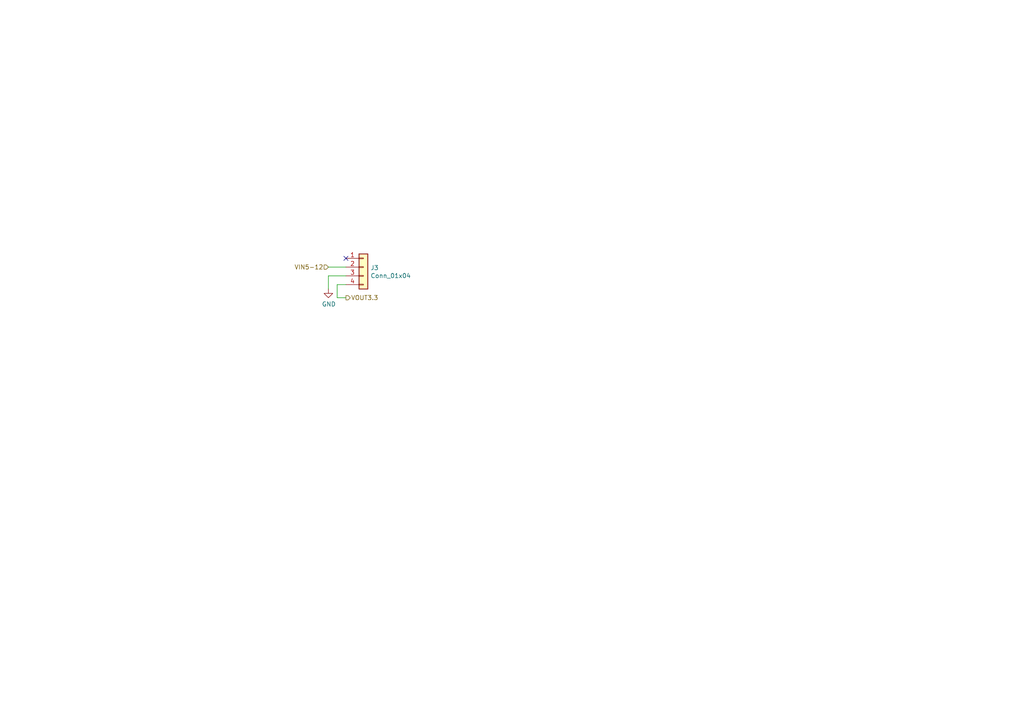
<source format=kicad_sch>
(kicad_sch (version 20210621) (generator eeschema)
  (paper "A4")
  (lib_symbols
    (symbol "Connector_Generic:Conn_01x04" (pin_names (offset 1.016) hide)
      (property "Reference" "J" (at 0 5.08 0))
      (property "Value" "Conn_01x04" (at 0 -7.62 0))
      (symbol "Conn_01x04_1_1"
        (rectangle (start -1.27 -4.953) (end 0 -5.207) (stroke (width 0.1524)))
        (rectangle (start -1.27 -2.413) (end 0 -2.667) (stroke (width 0.1524)))
        (rectangle (start -1.27 0.127) (end 0 -0.127) (stroke (width 0.1524)))
        (rectangle (start -1.27 2.667) (end 0 2.413) (stroke (width 0.1524)))
        (rectangle (start -1.27 3.81) (end 1.27 -6.35) (stroke (width 0.254)) (fill (type background)))
        (pin passive line (at -5.08 2.54 0) (length 3.81) (name "Pin_1") (number "1"))
        (pin passive line (at -5.08 0 0) (length 3.81) (name "Pin_2") (number "2"))
        (pin passive line (at -5.08 -2.54 0) (length 3.81) (name "Pin_3") (number "3"))
        (pin passive line (at -5.08 -5.08 0) (length 3.81) (name "Pin_4") (number "4"))
      )
    )
    (symbol "power:GND" (power) (pin_names (offset 0))
      (property "Value" "GND" (at 0 -3.81 0))
      (symbol "GND_0_1"
        (polyline (pts (xy 0 0) (xy 0 -1.27) (xy 1.27 -1.27) (xy 0 -2.54) (xy -1.27 -1.27) (xy 0 -1.27)))
      )
      (symbol "GND_1_1"
        (pin power_in line (at 0 0 270) (length 0) hide (name "GND") (number "1"))
      )
    )
  )
  (no_connect (at 100.33 74.93))
  (wire (pts (xy 95.25 80.01) (xy 95.25 83.82)))
  (wire (pts (xy 97.79 82.55) (xy 97.79 86.36)))
  (wire (pts (xy 97.79 86.36) (xy 100.33 86.36)))
  (wire (pts (xy 100.33 77.47) (xy 95.25 77.47)))
  (wire (pts (xy 100.33 80.01) (xy 95.25 80.01)))
  (wire (pts (xy 100.33 82.55) (xy 97.79 82.55)))
  (hierarchical_label "VIN5-12" (shape input) (at 95.25 77.47 180))
  (hierarchical_label "VOUT3.3" (shape output) (at 100.33 86.36 0))
  (symbol (lib_id "power:GND") (at 95.25 83.82 0) (unit 1)
    (property "Reference" "#PWR0107" (effects hide))
    (property "Value" "GND" (at 95.377 88.2142 0))
  )
  (symbol (lib_id "Connector_Generic:Conn_01x04") (at 105.41 77.47 0) (unit 1)
    (property "Reference" "J3" (at 107.442 77.6732 0) (effects (justify left)))
    (property "Value" "Conn_01x04" (at 107.442 79.9846 0) (effects (justify left)))
    (property "Footprint" "Connector_PinHeader_2.54mm:PinHeader_1x04_P2.54mm_Vertical" (effects hide))
  )
)
</source>
